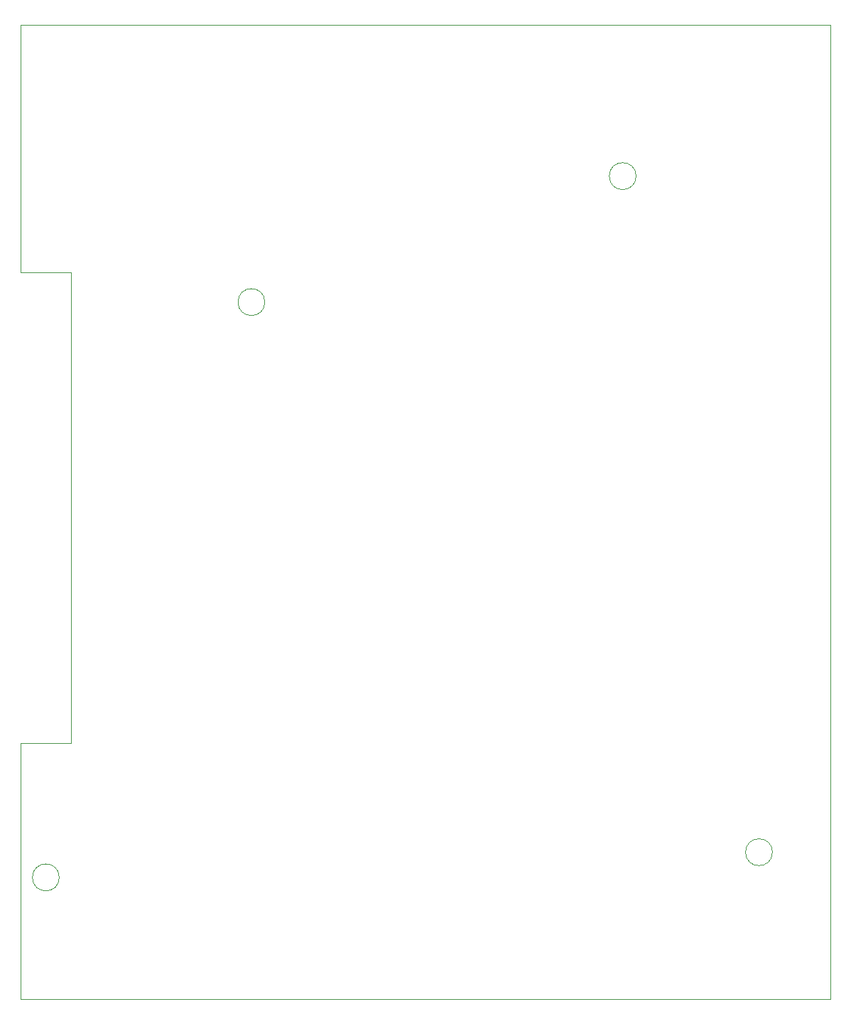
<source format=gbr>
%TF.GenerationSoftware,KiCad,Pcbnew,7.0.2*%
%TF.CreationDate,2024-03-22T17:28:19-04:00*%
%TF.ProjectId,MR-Core,4d522d43-6f72-4652-9e6b-696361645f70,rev?*%
%TF.SameCoordinates,Original*%
%TF.FileFunction,Profile,NP*%
%FSLAX46Y46*%
G04 Gerber Fmt 4.6, Leading zero omitted, Abs format (unit mm)*
G04 Created by KiCad (PCBNEW 7.0.2) date 2024-03-22 17:28:19*
%MOMM*%
%LPD*%
G01*
G04 APERTURE LIST*
%TA.AperFunction,Profile*%
%ADD10C,0.100000*%
%TD*%
G04 APERTURE END LIST*
D10*
X161850000Y-46000000D02*
G75*
G03*
X161850000Y-46000000I-1600000J0D01*
G01*
X178100000Y-126500000D02*
G75*
G03*
X178100000Y-126500000I-1600000J0D01*
G01*
X185000000Y-28000000D02*
X185000000Y-144000000D01*
X94500000Y-113500000D02*
X94500000Y-57500000D01*
X88500000Y-113500000D02*
X94500000Y-113500000D01*
X88500000Y-28000000D02*
X185000000Y-28000000D01*
X88500000Y-57500000D02*
X88500000Y-28000000D01*
X117600000Y-61000000D02*
G75*
G03*
X117600000Y-61000000I-1600000J0D01*
G01*
X93100000Y-129500000D02*
G75*
G03*
X93100000Y-129500000I-1600000J0D01*
G01*
X88500000Y-144000000D02*
X88500000Y-113500000D01*
X94500000Y-57500000D02*
X88500000Y-57500000D01*
X185000000Y-144000000D02*
X88500000Y-144000000D01*
M02*

</source>
